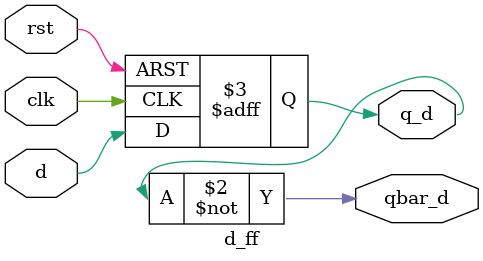
<source format=v>
`timescale 1ns / 1ps

module d_ff(
    input d, clk, rst,
    output reg q_d, 
    output qbar_d
);

always @(posedge clk or posedge rst) begin
    if (rst) begin
        q_d <= 0;
    end else begin
        q_d <= d;
    end
end

assign qbar_d = ~q_d;

endmodule

</source>
